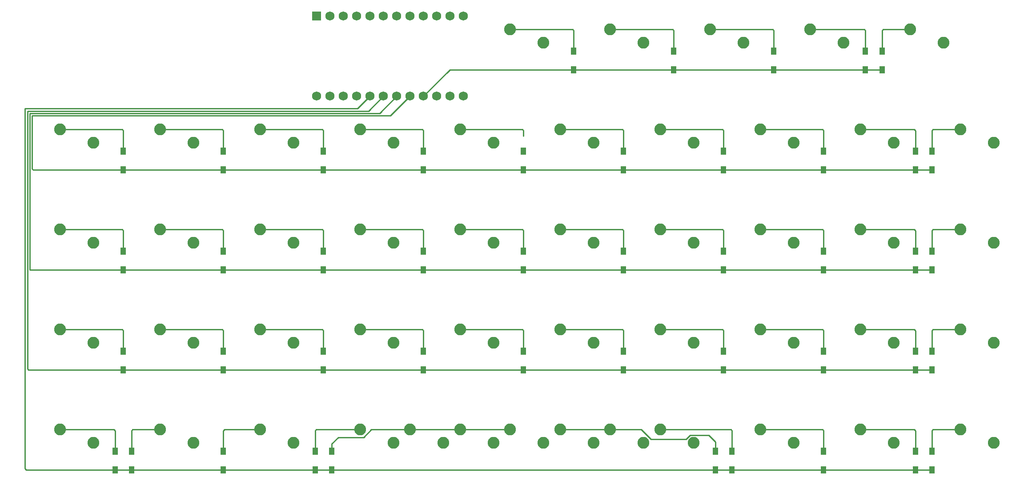
<source format=gtl>
G04 #@! TF.GenerationSoftware,KiCad,Pcbnew,(5.1.4)-1*
G04 #@! TF.CreationDate,2021-08-31T17:20:46-10:00*
G04 #@! TF.ProjectId,oya45,6f796134-352e-46b6-9963-61645f706362,rev?*
G04 #@! TF.SameCoordinates,Original*
G04 #@! TF.FileFunction,Copper,L1,Top*
G04 #@! TF.FilePolarity,Positive*
%FSLAX46Y46*%
G04 Gerber Fmt 4.6, Leading zero omitted, Abs format (unit mm)*
G04 Created by KiCad (PCBNEW (5.1.4)-1) date 2021-08-31 17:20:46*
%MOMM*%
%LPD*%
G04 APERTURE LIST*
%ADD10C,2.250000*%
%ADD11R,1.000000X1.400000*%
%ADD12R,1.752600X1.752600*%
%ADD13C,1.752600*%
%ADD14C,0.254000*%
G04 APERTURE END LIST*
D10*
X146685000Y-35560000D03*
X140335000Y-33020000D03*
D11*
X211137500Y-37118750D03*
X211137500Y-40668750D03*
X207962500Y-37118750D03*
X207962500Y-40668750D03*
X190500000Y-37118750D03*
X190500000Y-40668750D03*
X171450000Y-37118750D03*
X171450000Y-40668750D03*
X152400000Y-37118750D03*
X152400000Y-40668750D03*
X220662500Y-113318750D03*
X220662500Y-116868750D03*
X217487500Y-113318750D03*
X217487500Y-116868750D03*
X200025000Y-113318750D03*
X200025000Y-116868750D03*
X182562500Y-113318750D03*
X182562500Y-116868750D03*
X179387500Y-113318750D03*
X179387500Y-116868750D03*
X106362500Y-113318750D03*
X106362500Y-116868750D03*
X103187500Y-113318750D03*
X103187500Y-116868750D03*
X85725000Y-113318750D03*
X85725000Y-116868750D03*
X68262500Y-113318750D03*
X68262500Y-116868750D03*
X65087500Y-113318750D03*
X65087500Y-116868750D03*
X220662500Y-94268750D03*
X220662500Y-97818750D03*
X217487500Y-94268750D03*
X217487500Y-97818750D03*
X200025000Y-94268750D03*
X200025000Y-97818750D03*
X180975000Y-94268750D03*
X180975000Y-97818750D03*
X161925000Y-94268750D03*
X161925000Y-97818750D03*
X142875000Y-94268750D03*
X142875000Y-97818750D03*
X123825000Y-94268750D03*
X123825000Y-97818750D03*
X104775000Y-94268750D03*
X104775000Y-97818750D03*
X85725000Y-94268750D03*
X85725000Y-97818750D03*
X66675000Y-94268750D03*
X66675000Y-97818750D03*
X220662500Y-75218750D03*
X220662500Y-78768750D03*
X217487500Y-75218750D03*
X217487500Y-78768750D03*
X200025000Y-75218750D03*
X200025000Y-78768750D03*
X180975000Y-75218750D03*
X180975000Y-78768750D03*
X161925000Y-75218750D03*
X161925000Y-78768750D03*
X142875000Y-75218750D03*
X142875000Y-78768750D03*
X123825000Y-75218750D03*
X123825000Y-78768750D03*
X104775000Y-75218750D03*
X104775000Y-78768750D03*
X85725000Y-75218750D03*
X85725000Y-78768750D03*
X66675000Y-75218750D03*
X66675000Y-78768750D03*
X220662500Y-56168750D03*
X220662500Y-59718750D03*
X217487500Y-56168750D03*
X217487500Y-59718750D03*
X200025000Y-56168750D03*
X200025000Y-59718750D03*
X180975000Y-56168750D03*
X180975000Y-59718750D03*
X161925000Y-56168750D03*
X161925000Y-59718750D03*
X142875000Y-56168750D03*
X142875000Y-59718750D03*
X123825000Y-56168750D03*
X123825000Y-59718750D03*
X104775000Y-56168750D03*
X104775000Y-59718750D03*
X85725000Y-56168750D03*
X85725000Y-59718750D03*
X66675000Y-56168750D03*
X66675000Y-59718750D03*
D10*
X203835000Y-35560000D03*
X197485000Y-33020000D03*
X222885000Y-35560000D03*
X216535000Y-33020000D03*
D12*
X103505000Y-30480000D03*
D13*
X106045000Y-30480000D03*
X108585000Y-30480000D03*
X111125000Y-30480000D03*
X113665000Y-30480000D03*
X116205000Y-30480000D03*
X118745000Y-30480000D03*
X121285000Y-30480000D03*
X123825000Y-30480000D03*
X126365000Y-30480000D03*
X128905000Y-30480000D03*
X131445000Y-45720000D03*
X128905000Y-45720000D03*
X126365000Y-45720000D03*
X123825000Y-45720000D03*
X121285000Y-45720000D03*
X118745000Y-45720000D03*
X116205000Y-45720000D03*
X113665000Y-45720000D03*
X111125000Y-45720000D03*
X108585000Y-45720000D03*
X106045000Y-45720000D03*
X131445000Y-30480000D03*
X103505000Y-45720000D03*
D10*
X165735000Y-111760000D03*
X159385000Y-109220000D03*
X127635000Y-111760000D03*
X121285000Y-109220000D03*
X140335000Y-109220000D03*
X146685000Y-111760000D03*
X184785000Y-35560000D03*
X178435000Y-33020000D03*
X165735000Y-35560000D03*
X159385000Y-33020000D03*
X232410000Y-111760000D03*
X226060000Y-109220000D03*
X213360000Y-111760000D03*
X207010000Y-109220000D03*
X194310000Y-111760000D03*
X187960000Y-109220000D03*
X175260000Y-111760000D03*
X168910000Y-109220000D03*
X156210000Y-111760000D03*
X149860000Y-109220000D03*
X137160000Y-111760000D03*
X130810000Y-109220000D03*
X118110000Y-111760000D03*
X111760000Y-109220000D03*
X99060000Y-111760000D03*
X92710000Y-109220000D03*
X80010000Y-111760000D03*
X73660000Y-109220000D03*
X60960000Y-111760000D03*
X54610000Y-109220000D03*
X232410000Y-92710000D03*
X226060000Y-90170000D03*
X213360000Y-92710000D03*
X207010000Y-90170000D03*
X194310000Y-92710000D03*
X187960000Y-90170000D03*
X175260000Y-92710000D03*
X168910000Y-90170000D03*
X156210000Y-92710000D03*
X149860000Y-90170000D03*
X137160000Y-92710000D03*
X130810000Y-90170000D03*
X118110000Y-92710000D03*
X111760000Y-90170000D03*
X99060000Y-92710000D03*
X92710000Y-90170000D03*
X80010000Y-92710000D03*
X73660000Y-90170000D03*
X60960000Y-92710000D03*
X54610000Y-90170000D03*
X232410000Y-73660000D03*
X226060000Y-71120000D03*
X213360000Y-73660000D03*
X207010000Y-71120000D03*
X194310000Y-73660000D03*
X187960000Y-71120000D03*
X175260000Y-73660000D03*
X168910000Y-71120000D03*
X156210000Y-73660000D03*
X149860000Y-71120000D03*
X137160000Y-73660000D03*
X130810000Y-71120000D03*
X118110000Y-73660000D03*
X111760000Y-71120000D03*
X99060000Y-73660000D03*
X92710000Y-71120000D03*
X80010000Y-73660000D03*
X73660000Y-71120000D03*
X60960000Y-73660000D03*
X54610000Y-71120000D03*
X232410000Y-54610000D03*
X226060000Y-52070000D03*
X213360000Y-54610000D03*
X207010000Y-52070000D03*
X194310000Y-54610000D03*
X187960000Y-52070000D03*
X175260000Y-54610000D03*
X168910000Y-52070000D03*
X156210000Y-54610000D03*
X149860000Y-52070000D03*
X137160000Y-54610000D03*
X130810000Y-52070000D03*
X118110000Y-54610000D03*
X111760000Y-52070000D03*
X99060000Y-54610000D03*
X92710000Y-52070000D03*
X80010000Y-54610000D03*
X73660000Y-52070000D03*
X60960000Y-54610000D03*
X54610000Y-52070000D03*
D14*
X67429000Y-59718750D02*
X220662500Y-59718750D01*
X66675000Y-59718750D02*
X67429000Y-59718750D01*
X49514270Y-59718750D02*
X49326770Y-59531250D01*
X66675000Y-59718750D02*
X49514270Y-59718750D01*
X49326770Y-59531250D02*
X49326770Y-49441040D01*
X117563960Y-49441040D02*
X121285000Y-45720000D01*
X49326770Y-49441040D02*
X117563960Y-49441040D01*
X66675000Y-52260500D02*
X66675000Y-53340000D01*
X66484500Y-52070000D02*
X66675000Y-52260500D01*
X54610000Y-52070000D02*
X66484500Y-52070000D01*
X66675000Y-53340000D02*
X66675000Y-56168750D01*
X85725000Y-52260500D02*
X85725000Y-53340000D01*
X85534500Y-52070000D02*
X85725000Y-52260500D01*
X73660000Y-52070000D02*
X85534500Y-52070000D01*
X85725000Y-53340000D02*
X85725000Y-56168750D01*
X104775000Y-52260500D02*
X104775000Y-53340000D01*
X104584500Y-52070000D02*
X104775000Y-52260500D01*
X92710000Y-52070000D02*
X104584500Y-52070000D01*
X104775000Y-53340000D02*
X104775000Y-56168750D01*
X123825000Y-52260500D02*
X123825000Y-53340000D01*
X123634500Y-52070000D02*
X123825000Y-52260500D01*
X111760000Y-52070000D02*
X123634500Y-52070000D01*
X123825000Y-53340000D02*
X123825000Y-56168750D01*
X142875000Y-52260500D02*
X142875000Y-53340000D01*
X142684500Y-52070000D02*
X142875000Y-52260500D01*
X130810000Y-52070000D02*
X142684500Y-52070000D01*
X161925000Y-52260500D02*
X161925000Y-53340000D01*
X161734500Y-52070000D02*
X161925000Y-52260500D01*
X149860000Y-52070000D02*
X161734500Y-52070000D01*
X161925000Y-53340000D02*
X161925000Y-56168750D01*
X180975000Y-52260500D02*
X180975000Y-53340000D01*
X180784500Y-52070000D02*
X180975000Y-52260500D01*
X168910000Y-52070000D02*
X180784500Y-52070000D01*
X180975000Y-53340000D02*
X180975000Y-56168750D01*
X200025000Y-52260500D02*
X200025000Y-53340000D01*
X199834500Y-52070000D02*
X200025000Y-52260500D01*
X187960000Y-52070000D02*
X199834500Y-52070000D01*
X200025000Y-53340000D02*
X200025000Y-56168750D01*
X217297000Y-52070000D02*
X217487500Y-52260500D01*
X207010000Y-52070000D02*
X217297000Y-52070000D01*
X217487500Y-53181250D02*
X217487500Y-56168750D01*
X217487500Y-53181250D02*
X217487500Y-53340000D01*
X217487500Y-52260500D02*
X217487500Y-53181250D01*
X220853000Y-52070000D02*
X220662500Y-52260500D01*
X226060000Y-52070000D02*
X220853000Y-52070000D01*
X220662500Y-53181250D02*
X220662500Y-56168750D01*
X220662500Y-53181250D02*
X220662500Y-53340000D01*
X220662500Y-52260500D02*
X220662500Y-53181250D01*
X66675000Y-78768750D02*
X220662500Y-78768750D01*
X48872760Y-78768750D02*
X48872760Y-48987030D01*
X66675000Y-78768750D02*
X48872760Y-78768750D01*
X115477970Y-48987030D02*
X118745000Y-45720000D01*
X48872760Y-48987030D02*
X115477970Y-48987030D01*
X66675000Y-71310500D02*
X66675000Y-72390000D01*
X66484500Y-71120000D02*
X66675000Y-71310500D01*
X54610000Y-71120000D02*
X66484500Y-71120000D01*
X66675000Y-72390000D02*
X66675000Y-75218750D01*
X85725000Y-71310500D02*
X85725000Y-72390000D01*
X85534500Y-71120000D02*
X85725000Y-71310500D01*
X73660000Y-71120000D02*
X85534500Y-71120000D01*
X85725000Y-72390000D02*
X85725000Y-75218750D01*
X104775000Y-71310500D02*
X104775000Y-72390000D01*
X104584500Y-71120000D02*
X104775000Y-71310500D01*
X92710000Y-71120000D02*
X104584500Y-71120000D01*
X104775000Y-72390000D02*
X104775000Y-75218750D01*
X123825000Y-71310500D02*
X123825000Y-72390000D01*
X123634500Y-71120000D02*
X123825000Y-71310500D01*
X111760000Y-71120000D02*
X123634500Y-71120000D01*
X123825000Y-72390000D02*
X123825000Y-75218750D01*
X142875000Y-71310500D02*
X142875000Y-72390000D01*
X142684500Y-71120000D02*
X142875000Y-71310500D01*
X130810000Y-71120000D02*
X142684500Y-71120000D01*
X142875000Y-72390000D02*
X142875000Y-75218750D01*
X161925000Y-71310500D02*
X161925000Y-72390000D01*
X161734500Y-71120000D02*
X161925000Y-71310500D01*
X149860000Y-71120000D02*
X161734500Y-71120000D01*
X161925000Y-72390000D02*
X161925000Y-75218750D01*
X180975000Y-71310500D02*
X180975000Y-72390000D01*
X180784500Y-71120000D02*
X180975000Y-71310500D01*
X168910000Y-71120000D02*
X180784500Y-71120000D01*
X180975000Y-72390000D02*
X180975000Y-75218750D01*
X199834500Y-71120000D02*
X200025000Y-71310500D01*
X187960000Y-71120000D02*
X199834500Y-71120000D01*
X200025000Y-72231250D02*
X200025000Y-75218750D01*
X200025000Y-72231250D02*
X200025000Y-72390000D01*
X200025000Y-71310500D02*
X200025000Y-72231250D01*
X217297000Y-71120000D02*
X217487500Y-71310500D01*
X207010000Y-71120000D02*
X217297000Y-71120000D01*
X217487500Y-72231250D02*
X217487500Y-75218750D01*
X217487500Y-72231250D02*
X217487500Y-72390000D01*
X217487500Y-71310500D02*
X217487500Y-72231250D01*
X220662500Y-71310500D02*
X220662500Y-72390000D01*
X220853000Y-71120000D02*
X220662500Y-71310500D01*
X226060000Y-71120000D02*
X220853000Y-71120000D01*
X220662500Y-72390000D02*
X220662500Y-75218750D01*
X67429000Y-97818750D02*
X220662500Y-97818750D01*
X66675000Y-97818750D02*
X67429000Y-97818750D01*
X66675000Y-97818750D02*
X66522760Y-97970990D01*
X48606250Y-97818750D02*
X48418750Y-97631250D01*
X66675000Y-97818750D02*
X48606250Y-97818750D01*
X48418750Y-97631250D02*
X48418750Y-48533020D01*
X113391980Y-48533020D02*
X116205000Y-45720000D01*
X48418750Y-48533020D02*
X113391980Y-48533020D01*
X66675000Y-90360500D02*
X66675000Y-91440000D01*
X66484500Y-90170000D02*
X66675000Y-90360500D01*
X54610000Y-90170000D02*
X66484500Y-90170000D01*
X66675000Y-91440000D02*
X66675000Y-94268750D01*
X85725000Y-90360500D02*
X85725000Y-91440000D01*
X85534500Y-90170000D02*
X85725000Y-90360500D01*
X73660000Y-90170000D02*
X85534500Y-90170000D01*
X85725000Y-91440000D02*
X85725000Y-94268750D01*
X104775000Y-90360500D02*
X104775000Y-91440000D01*
X104584500Y-90170000D02*
X104775000Y-90360500D01*
X92710000Y-90170000D02*
X104584500Y-90170000D01*
X104775000Y-91440000D02*
X104775000Y-94268750D01*
X123825000Y-90360500D02*
X123825000Y-91440000D01*
X123634500Y-90170000D02*
X123825000Y-90360500D01*
X111760000Y-90170000D02*
X123634500Y-90170000D01*
X123825000Y-91440000D02*
X123825000Y-94268750D01*
X142875000Y-90360500D02*
X142875000Y-91440000D01*
X142684500Y-90170000D02*
X142875000Y-90360500D01*
X130810000Y-90170000D02*
X142684500Y-90170000D01*
X142875000Y-91440000D02*
X142875000Y-94268750D01*
X161734500Y-90170000D02*
X161925000Y-90360500D01*
X149860000Y-90170000D02*
X161734500Y-90170000D01*
X161925000Y-91281250D02*
X161925000Y-94268750D01*
X161925000Y-91281250D02*
X161925000Y-91440000D01*
X161925000Y-90360500D02*
X161925000Y-91281250D01*
X180975000Y-90360500D02*
X180975000Y-91440000D01*
X180784500Y-90170000D02*
X180975000Y-90360500D01*
X168910000Y-90170000D02*
X180784500Y-90170000D01*
X180975000Y-91440000D02*
X180975000Y-94268750D01*
X200025000Y-90360500D02*
X200025000Y-91440000D01*
X199834500Y-90170000D02*
X200025000Y-90360500D01*
X187960000Y-90170000D02*
X199834500Y-90170000D01*
X200025000Y-91440000D02*
X200025000Y-94268750D01*
X217487500Y-90360500D02*
X217487500Y-91440000D01*
X217297000Y-90170000D02*
X217487500Y-90360500D01*
X207010000Y-90170000D02*
X217297000Y-90170000D01*
X217487500Y-91440000D02*
X217487500Y-94268750D01*
X220662500Y-90360500D02*
X220662500Y-91440000D01*
X220853000Y-90170000D02*
X220662500Y-90360500D01*
X226060000Y-90170000D02*
X220853000Y-90170000D01*
X220662500Y-91440000D02*
X220662500Y-94268750D01*
X65841500Y-116868750D02*
X220662500Y-116868750D01*
X65087500Y-116868750D02*
X65841500Y-116868750D01*
X111305990Y-48079010D02*
X113665000Y-45720000D01*
X47964740Y-48079010D02*
X111305990Y-48079010D01*
X47964740Y-116602240D02*
X47964740Y-48079010D01*
X65087500Y-116868750D02*
X48231250Y-116868750D01*
X47964740Y-116602240D02*
X48231250Y-116868750D01*
X65087500Y-109410500D02*
X65087500Y-110490000D01*
X64897000Y-109220000D02*
X65087500Y-109410500D01*
X54610000Y-109220000D02*
X64897000Y-109220000D01*
X65087500Y-110490000D02*
X65087500Y-113318750D01*
X68262500Y-109410500D02*
X68262500Y-110490000D01*
X68453000Y-109220000D02*
X68262500Y-109410500D01*
X73660000Y-109220000D02*
X68453000Y-109220000D01*
X68262500Y-110490000D02*
X68262500Y-113318750D01*
X85725000Y-109410500D02*
X85725000Y-110490000D01*
X85915500Y-109220000D02*
X85725000Y-109410500D01*
X92710000Y-109220000D02*
X85915500Y-109220000D01*
X85725000Y-110490000D02*
X85725000Y-113318750D01*
X103187500Y-109410500D02*
X103187500Y-110490000D01*
X103378000Y-109220000D02*
X103187500Y-109410500D01*
X111760000Y-109220000D02*
X103378000Y-109220000D01*
X103187500Y-110490000D02*
X103187500Y-113318750D01*
X140335000Y-109220000D02*
X121285000Y-109220000D01*
X112456961Y-110672001D02*
X107624001Y-110672001D01*
X113908962Y-109220000D02*
X112456961Y-110672001D01*
X121285000Y-109220000D02*
X113908962Y-109220000D01*
X106362500Y-111933502D02*
X106362500Y-113318750D01*
X107624001Y-110672001D02*
X106362500Y-111933502D01*
X151450990Y-109220000D02*
X159385000Y-109220000D01*
X149860000Y-109220000D02*
X151450990Y-109220000D01*
X173807999Y-111063039D02*
X174563039Y-110307999D01*
X174563039Y-110307999D02*
X178125999Y-110307999D01*
X167125040Y-111063039D02*
X173807999Y-111063039D01*
X165282001Y-109220000D02*
X167125040Y-111063039D01*
X159385000Y-109220000D02*
X165282001Y-109220000D01*
X179387500Y-111569500D02*
X179387500Y-113318750D01*
X178125999Y-110307999D02*
X179387500Y-111569500D01*
X182562500Y-109410500D02*
X182562500Y-110490000D01*
X182372000Y-109220000D02*
X182562500Y-109410500D01*
X168910000Y-109220000D02*
X182372000Y-109220000D01*
X182562500Y-110490000D02*
X182562500Y-113318750D01*
X200025000Y-109410500D02*
X200025000Y-110490000D01*
X199834500Y-109220000D02*
X200025000Y-109410500D01*
X187960000Y-109220000D02*
X199834500Y-109220000D01*
X200025000Y-110490000D02*
X200025000Y-113318750D01*
X217487500Y-109410500D02*
X217487500Y-110490000D01*
X217297000Y-109220000D02*
X217487500Y-109410500D01*
X207010000Y-109220000D02*
X217297000Y-109220000D01*
X217487500Y-110490000D02*
X217487500Y-113318750D01*
X220662500Y-109410500D02*
X220662500Y-110490000D01*
X220853000Y-109220000D02*
X220662500Y-109410500D01*
X226060000Y-109220000D02*
X220853000Y-109220000D01*
X220662500Y-110490000D02*
X220662500Y-113318750D01*
X153154000Y-40668750D02*
X211137500Y-40668750D01*
X152400000Y-40668750D02*
X153154000Y-40668750D01*
X128876250Y-40668750D02*
X123825000Y-45720000D01*
X152400000Y-40668750D02*
X128876250Y-40668750D01*
X152400000Y-33210500D02*
X152400000Y-34290000D01*
X152209500Y-33020000D02*
X152400000Y-33210500D01*
X140335000Y-33020000D02*
X152209500Y-33020000D01*
X152400000Y-34290000D02*
X152400000Y-37118750D01*
X171450000Y-33210500D02*
X171450000Y-34290000D01*
X171259500Y-33020000D02*
X171450000Y-33210500D01*
X159385000Y-33020000D02*
X171259500Y-33020000D01*
X171450000Y-34290000D02*
X171450000Y-37118750D01*
X190500000Y-33210500D02*
X190500000Y-34290000D01*
X190309500Y-33020000D02*
X190500000Y-33210500D01*
X178435000Y-33020000D02*
X190309500Y-33020000D01*
X190500000Y-34290000D02*
X190500000Y-37118750D01*
X207962500Y-33210500D02*
X207962500Y-34290000D01*
X207772000Y-33020000D02*
X207962500Y-33210500D01*
X197485000Y-33020000D02*
X207772000Y-33020000D01*
X207962500Y-34290000D02*
X207962500Y-37118750D01*
X211137500Y-33210500D02*
X211137500Y-34290000D01*
X211328000Y-33020000D02*
X211137500Y-33210500D01*
X216535000Y-33020000D02*
X211328000Y-33020000D01*
X211137500Y-34290000D02*
X211137500Y-37118750D01*
M02*

</source>
